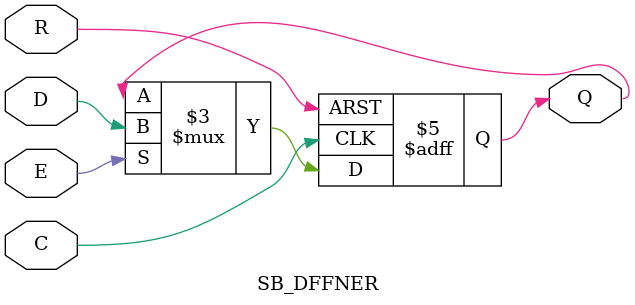
<source format=v>
module SB_DFFNER (output Q, input C, E, R, D);
	reg Q = 0;
	always @(negedge C, posedge R)
		if (R)
			Q <= 0;
		else if (E)
			Q <= D;
endmodule

</source>
